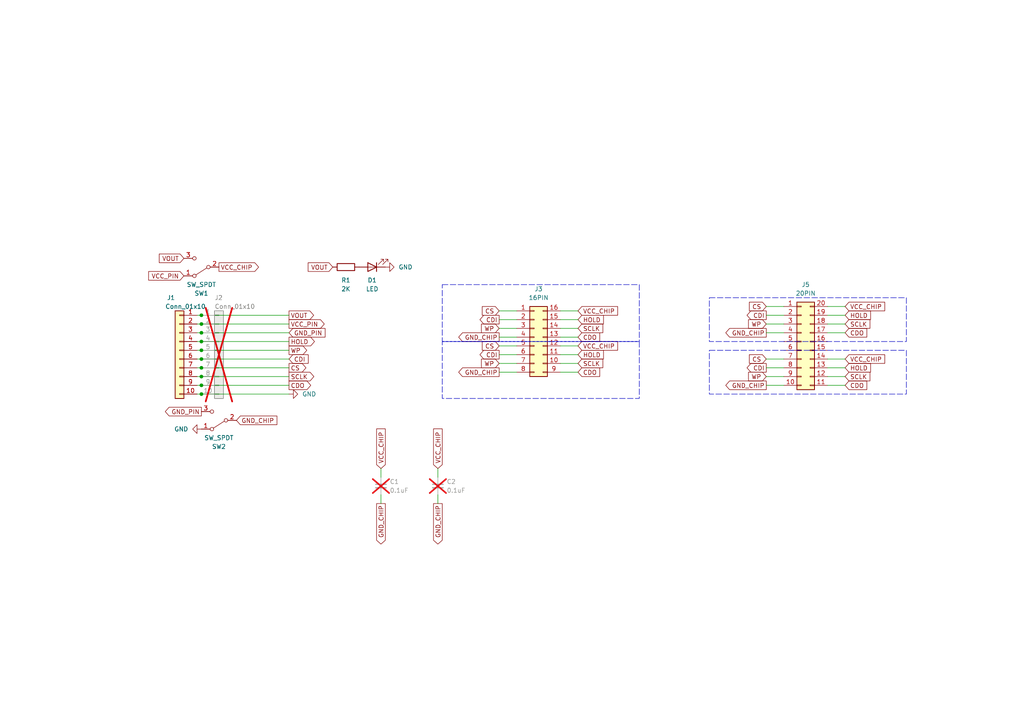
<source format=kicad_sch>
(kicad_sch (version 20250114) (generator "eeschema") (generator_version "9.0")
  (paper "A4")
  (lib_symbols
    (symbol "Connector_Generic:Conn_01x10" (pin_names (offset 1.016) (hide yes))
      (property "Reference" "J" (at 0 12.7 0))
      (property "Value" "Conn_01x10" (at 0 -15.24 0))
      (symbol "Conn_01x10_1_1"
        (rectangle (start -1.27 11.43) (end 1.27 -13.97) (stroke (width 0.254)) (fill (type background)))
        (rectangle (start -1.27 10.287) (end 0 10.033) (stroke (width 0.1524)))
        (rectangle (start -1.27 7.747) (end 0 7.493) (stroke (width 0.1524)))
        (rectangle (start -1.27 5.207) (end 0 4.953) (stroke (width 0.1524)))
        (rectangle (start -1.27 2.667) (end 0 2.413) (stroke (width 0.1524)))
        (rectangle (start -1.27 0.127) (end 0 -0.127) (stroke (width 0.1524)))
        (rectangle (start -1.27 -2.413) (end 0 -2.667) (stroke (width 0.1524)))
        (rectangle (start -1.27 -4.953) (end 0 -5.207) (stroke (width 0.1524)))
        (rectangle (start -1.27 -7.493) (end 0 -7.747) (stroke (width 0.1524)))
        (rectangle (start -1.27 -10.033) (end 0 -10.287) (stroke (width 0.1524)))
        (rectangle (start -1.27 -12.573) (end 0 -12.827) (stroke (width 0.1524)))
        (pin passive line (at -5.08 10.16 0) (length 3.81) (name "Pin_1") (number "1"))
        (pin passive line (at -5.08 7.62 0) (length 3.81) (name "Pin_2") (number "2"))
        (pin passive line (at -5.08 5.08 0) (length 3.81) (name "Pin_3") (number "3"))
        (pin passive line (at -5.08 2.54 0) (length 3.81) (name "Pin_4") (number "4"))
        (pin passive line (at -5.08 0 0) (length 3.81) (name "Pin_5") (number "5"))
        (pin passive line (at -5.08 -2.54 0) (length 3.81) (name "Pin_6") (number "6"))
        (pin passive line (at -5.08 -5.08 0) (length 3.81) (name "Pin_7") (number "7"))
        (pin passive line (at -5.08 -7.62 0) (length 3.81) (name "Pin_8") (number "8"))
        (pin passive line (at -5.08 -10.16 0) (length 3.81) (name "Pin_9") (number "9"))
        (pin passive line (at -5.08 -12.7 0) (length 3.81) (name "Pin_10") (number "10"))
      )
    )
    (symbol "Connector_Generic:Conn_02x08_Counter_Clockwise" (pin_names (offset 1.016) (hide yes))
      (property "Reference" "J" (at 1.27 10.16 0))
      (property "Value" "Conn_02x08_Counter_Clockwise" (at 1.27 -12.7 0))
      (symbol "Conn_02x08_Counter_Clockwise_1_1"
        (rectangle (start -1.27 8.89) (end 3.81 -11.43) (stroke (width 0.254)) (fill (type background)))
        (rectangle (start -1.27 7.747) (end 0 7.493) (stroke (width 0.1524)))
        (rectangle (start -1.27 5.207) (end 0 4.953) (stroke (width 0.1524)))
        (rectangle (start -1.27 2.667) (end 0 2.413) (stroke (width 0.1524)))
        (rectangle (start -1.27 0.127) (end 0 -0.127) (stroke (width 0.1524)))
        (rectangle (start -1.27 -2.413) (end 0 -2.667) (stroke (width 0.1524)))
        (rectangle (start -1.27 -4.953) (end 0 -5.207) (stroke (width 0.1524)))
        (rectangle (start -1.27 -7.493) (end 0 -7.747) (stroke (width 0.1524)))
        (rectangle (start -1.27 -10.033) (end 0 -10.287) (stroke (width 0.1524)))
        (rectangle (start 3.81 7.747) (end 2.54 7.493) (stroke (width 0.1524)))
        (rectangle (start 3.81 5.207) (end 2.54 4.953) (stroke (width 0.1524)))
        (rectangle (start 3.81 2.667) (end 2.54 2.413) (stroke (width 0.1524)))
        (rectangle (start 3.81 0.127) (end 2.54 -0.127) (stroke (width 0.1524)))
        (rectangle (start 3.81 -2.413) (end 2.54 -2.667) (stroke (width 0.1524)))
        (rectangle (start 3.81 -4.953) (end 2.54 -5.207) (stroke (width 0.1524)))
        (rectangle (start 3.81 -7.493) (end 2.54 -7.747) (stroke (width 0.1524)))
        (rectangle (start 3.81 -10.033) (end 2.54 -10.287) (stroke (width 0.1524)))
        (pin passive line (at -5.08 7.62 0) (length 3.81) (name "Pin_1") (number "1"))
        (pin passive line (at -5.08 5.08 0) (length 3.81) (name "Pin_2") (number "2"))
        (pin passive line (at -5.08 2.54 0) (length 3.81) (name "Pin_3") (number "3"))
        (pin passive line (at -5.08 0 0) (length 3.81) (name "Pin_4") (number "4"))
        (pin passive line (at -5.08 -2.54 0) (length 3.81) (name "Pin_5") (number "5"))
        (pin passive line (at -5.08 -5.08 0) (length 3.81) (name "Pin_6") (number "6"))
        (pin passive line (at -5.08 -7.62 0) (length 3.81) (name "Pin_7") (number "7"))
        (pin passive line (at -5.08 -10.16 0) (length 3.81) (name "Pin_8") (number "8"))
        (pin passive line (at 7.62 7.62 180) (length 3.81) (name "Pin_16") (number "16"))
        (pin passive line (at 7.62 5.08 180) (length 3.81) (name "Pin_15") (number "15"))
        (pin passive line (at 7.62 2.54 180) (length 3.81) (name "Pin_14") (number "14"))
        (pin passive line (at 7.62 0 180) (length 3.81) (name "Pin_13") (number "13"))
        (pin passive line (at 7.62 -2.54 180) (length 3.81) (name "Pin_12") (number "12"))
        (pin passive line (at 7.62 -5.08 180) (length 3.81) (name "Pin_11") (number "11"))
        (pin passive line (at 7.62 -7.62 180) (length 3.81) (name "Pin_10") (number "10"))
        (pin passive line (at 7.62 -10.16 180) (length 3.81) (name "Pin_9") (number "9"))
      )
    )
    (symbol "Connector_Generic:Conn_02x10_Counter_Clockwise" (pin_names (offset 1.016) (hide yes))
      (property "Reference" "J" (at 1.27 12.7 0))
      (property "Value" "Conn_02x10_Counter_Clockwise" (at 1.27 -15.24 0))
      (symbol "Conn_02x10_Counter_Clockwise_1_1"
        (rectangle (start -1.27 11.43) (end 3.81 -13.97) (stroke (width 0.254)) (fill (type background)))
        (rectangle (start -1.27 10.287) (end 0 10.033) (stroke (width 0.1524)))
        (rectangle (start -1.27 7.747) (end 0 7.493) (stroke (width 0.1524)))
        (rectangle (start -1.27 5.207) (end 0 4.953) (stroke (width 0.1524)))
        (rectangle (start -1.27 2.667) (end 0 2.413) (stroke (width 0.1524)))
        (rectangle (start -1.27 0.127) (end 0 -0.127) (stroke (width 0.1524)))
        (rectangle (start -1.27 -2.413) (end 0 -2.667) (stroke (width 0.1524)))
        (rectangle (start -1.27 -4.953) (end 0 -5.207) (stroke (width 0.1524)))
        (rectangle (start -1.27 -7.493) (end 0 -7.747) (stroke (width 0.1524)))
        (rectangle (start -1.27 -10.033) (end 0 -10.287) (stroke (width 0.1524)))
        (rectangle (start -1.27 -12.573) (end 0 -12.827) (stroke (width 0.1524)))
        (rectangle (start 3.81 10.287) (end 2.54 10.033) (stroke (width 0.1524)))
        (rectangle (start 3.81 7.747) (end 2.54 7.493) (stroke (width 0.1524)))
        (rectangle (start 3.81 5.207) (end 2.54 4.953) (stroke (width 0.1524)))
        (rectangle (start 3.81 2.667) (end 2.54 2.413) (stroke (width 0.1524)))
        (rectangle (start 3.81 0.127) (end 2.54 -0.127) (stroke (width 0.1524)))
        (rectangle (start 3.81 -2.413) (end 2.54 -2.667) (stroke (width 0.1524)))
        (rectangle (start 3.81 -4.953) (end 2.54 -5.207) (stroke (width 0.1524)))
        (rectangle (start 3.81 -7.493) (end 2.54 -7.747) (stroke (width 0.1524)))
        (rectangle (start 3.81 -10.033) (end 2.54 -10.287) (stroke (width 0.1524)))
        (rectangle (start 3.81 -12.573) (end 2.54 -12.827) (stroke (width 0.1524)))
        (pin passive line (at -5.08 10.16 0) (length 3.81) (name "Pin_1") (number "1"))
        (pin passive line (at -5.08 7.62 0) (length 3.81) (name "Pin_2") (number "2"))
        (pin passive line (at -5.08 5.08 0) (length 3.81) (name "Pin_3") (number "3"))
        (pin passive line (at -5.08 2.54 0) (length 3.81) (name "Pin_4") (number "4"))
        (pin passive line (at -5.08 0 0) (length 3.81) (name "Pin_5") (number "5"))
        (pin passive line (at -5.08 -2.54 0) (length 3.81) (name "Pin_6") (number "6"))
        (pin passive line (at -5.08 -5.08 0) (length 3.81) (name "Pin_7") (number "7"))
        (pin passive line (at -5.08 -7.62 0) (length 3.81) (name "Pin_8") (number "8"))
        (pin passive line (at -5.08 -10.16 0) (length 3.81) (name "Pin_9") (number "9"))
        (pin passive line (at -5.08 -12.7 0) (length 3.81) (name "Pin_10") (number "10"))
        (pin passive line (at 7.62 10.16 180) (length 3.81) (name "Pin_20") (number "20"))
        (pin passive line (at 7.62 7.62 180) (length 3.81) (name "Pin_19") (number "19"))
        (pin passive line (at 7.62 5.08 180) (length 3.81) (name "Pin_18") (number "18"))
        (pin passive line (at 7.62 2.54 180) (length 3.81) (name "Pin_17") (number "17"))
        (pin passive line (at 7.62 0 180) (length 3.81) (name "Pin_16") (number "16"))
        (pin passive line (at 7.62 -2.54 180) (length 3.81) (name "Pin_15") (number "15"))
        (pin passive line (at 7.62 -5.08 180) (length 3.81) (name "Pin_14") (number "14"))
        (pin passive line (at 7.62 -7.62 180) (length 3.81) (name "Pin_13") (number "13"))
        (pin passive line (at 7.62 -10.16 180) (length 3.81) (name "Pin_12") (number "12"))
        (pin passive line (at 7.62 -12.7 180) (length 3.81) (name "Pin_11") (number "11"))
      )
    )
    (symbol "Device:C_Small" (pin_numbers (hide yes)) (pin_names (offset 0.254) (hide yes))
      (property "Reference" "C" (at 0.254 1.778 0))
      (property "Value" "C_Small" (at 0.254 -2.032 0))
      (symbol "C_Small_0_1"
        (polyline (pts (xy -1.524 0.508) (xy 1.524 0.508)) (stroke (width 0.3048)))
        (polyline (pts (xy -1.524 -0.508) (xy 1.524 -0.508)) (stroke (width 0.3302)))
      )
      (symbol "C_Small_1_1"
        (pin passive line (at 0 2.54 270) (length 2.032) (name "~") (number "1"))
        (pin passive line (at 0 -2.54 90) (length 2.032) (name "~") (number "2"))
      )
    )
    (symbol "Device:LED" (pin_numbers (hide yes)) (pin_names (offset 1.016) (hide yes))
      (property "Reference" "D" (at 0 2.54 0))
      (property "Value" "LED" (at 0 -2.54 0))
      (symbol "LED_0_1"
        (polyline (pts (xy -3.048 -0.762) (xy -4.572 -2.286) (xy -3.81 -2.286) (xy -4.572 -2.286) (xy -4.572 -1.524)))
        (polyline (pts (xy -1.778 -0.762) (xy -3.302 -2.286) (xy -2.54 -2.286) (xy -3.302 -2.286) (xy -3.302 -1.524)))
        (polyline (pts (xy -1.27 0) (xy 1.27 0)))
        (polyline (pts (xy -1.27 -1.27) (xy -1.27 1.27)) (stroke (width 0.254)))
        (polyline (pts (xy 1.27 -1.27) (xy 1.27 1.27) (xy -1.27 0) (xy 1.27 -1.27)) (stroke (width 0.254)))
      )
      (symbol "LED_1_1"
        (pin passive line (at -3.81 0 0) (length 2.54) (name "K") (number "1"))
        (pin passive line (at 3.81 0 180) (length 2.54) (name "A") (number "2"))
      )
    )
    (symbol "Device:R" (pin_numbers (hide yes)) (pin_names (offset 0))
      (property "Reference" "R" (at 2.032 0 90))
      (property "Value" "R" (at 0 0 90))
      (symbol "R_0_1"
        (rectangle (start -1.016 -2.54) (end 1.016 2.54) (stroke (width 0.254)))
      )
      (symbol "R_1_1"
        (pin passive line (at 0 3.81 270) (length 1.27) (name "~") (number "1"))
        (pin passive line (at 0 -3.81 90) (length 1.27) (name "~") (number "2"))
      )
    )
    (symbol "Switch:SW_SPDT" (pin_names (offset 0) (hide yes))
      (property "Reference" "SW" (at 0 4.318 0))
      (property "Value" "SW_SPDT" (at 0 -5.08 0))
      (symbol "SW_SPDT_0_0"
        (circle (center -2.032 0) (radius 0.508))
        (circle (center 2.032 -2.54) (radius 0.508))
      )
      (symbol "SW_SPDT_0_1"
        (polyline (pts (xy -1.524 0.254) (xy 1.651 2.286)))
        (circle (center 2.032 2.54) (radius 0.508))
      )
      (symbol "SW_SPDT_1_1"
        (pin passive line (at -5.08 0 0) (length 2.54) (name "B") (number "2"))
        (pin passive line (at 5.08 2.54 180) (length 2.54) (name "A") (number "1"))
        (pin passive line (at 5.08 -2.54 180) (length 2.54) (name "C") (number "3"))
      )
    )
    (symbol "power:GND" (power) (pin_names (offset 0))
      (property "Value" "GND" (at 0 -3.81 0))
      (symbol "GND_0_1"
        (polyline (pts (xy 0 0) (xy 0 -1.27) (xy 1.27 -1.27) (xy 0 -2.54) (xy -1.27 -1.27) (xy 0 -1.27)))
      )
      (symbol "GND_1_1"
        (pin power_in line (at 0 0 270) (length 0) (hide yes) (name "GND") (number "1"))
      )
    )
  )
  (rectangle (start 128.27 82.55) (end 185.42 99.06) (stroke (width 0) (type dash)))
  (rectangle (start 205.74 101.6) (end 262.89 114.3) (stroke (width 0) (type dash)))
  (rectangle (start 128.27 99.06) (end 185.42 115.57) (stroke (width 0) (type dash)))
  (rectangle (start 205.74 86.36) (end 262.89 99.06) (stroke (width 0) (type dash)))
  (junction (at 58.42 99.06))
  (junction (at 58.42 91.44))
  (junction (at 58.42 109.22))
  (junction (at 58.42 93.98))
  (junction (at 58.42 111.76))
  (junction (at 58.42 104.14))
  (junction (at 58.42 96.52))
  (junction (at 58.42 106.68))
  (junction (at 58.42 101.6))
  (junction (at 58.42 114.3))
  (wire (pts (xy 83.82 104.14) (xy 58.42 104.14)))
  (wire (pts (xy 240.03 104.14) (xy 245.11 104.14)))
  (wire (pts (xy 83.82 96.52) (xy 58.42 96.52)))
  (wire (pts (xy 162.56 102.87) (xy 167.64 102.87)))
  (wire (pts (xy 127 135.89) (xy 127 138.43)))
  (wire (pts (xy 58.42 111.76) (xy 57.15 111.76)))
  (wire (pts (xy 222.25 93.98) (xy 227.33 93.98)))
  (wire (pts (xy 222.25 96.52) (xy 227.33 96.52)))
  (wire (pts (xy 144.78 107.95) (xy 149.86 107.95)))
  (wire (pts (xy 144.78 100.33) (xy 149.86 100.33)))
  (wire (pts (xy 58.42 114.3) (xy 57.15 114.3)))
  (wire (pts (xy 83.82 91.44) (xy 58.42 91.44)))
  (wire (pts (xy 162.56 90.17) (xy 167.64 90.17)))
  (wire (pts (xy 58.42 91.44) (xy 57.15 91.44)))
  (wire (pts (xy 83.82 93.98) (xy 58.42 93.98)))
  (wire (pts (xy 222.25 111.76) (xy 227.33 111.76)))
  (wire (pts (xy 58.42 101.6) (xy 57.15 101.6)))
  (wire (pts (xy 83.82 106.68) (xy 58.42 106.68)))
  (wire (pts (xy 83.82 114.3) (xy 58.42 114.3)))
  (wire (pts (xy 58.42 99.06) (xy 57.15 99.06)))
  (wire (pts (xy 58.42 104.14) (xy 57.15 104.14)))
  (wire (pts (xy 240.03 88.9) (xy 245.11 88.9)))
  (wire (pts (xy 58.42 96.52) (xy 57.15 96.52)))
  (wire (pts (xy 240.03 109.22) (xy 245.11 109.22)))
  (wire (pts (xy 83.82 109.22) (xy 58.42 109.22)))
  (wire (pts (xy 144.78 97.79) (xy 149.86 97.79)))
  (wire (pts (xy 162.56 105.41) (xy 167.64 105.41)))
  (wire (pts (xy 222.25 91.44) (xy 227.33 91.44)))
  (wire (pts (xy 222.25 106.68) (xy 227.33 106.68)))
  (wire (pts (xy 222.25 104.14) (xy 227.33 104.14)))
  (wire (pts (xy 110.49 135.89) (xy 110.49 138.43)))
  (wire (pts (xy 144.78 105.41) (xy 149.86 105.41)))
  (wire (pts (xy 127 143.51) (xy 127 146.05)))
  (wire (pts (xy 144.78 102.87) (xy 149.86 102.87)))
  (wire (pts (xy 162.56 100.33) (xy 167.64 100.33)))
  (wire (pts (xy 240.03 111.76) (xy 245.11 111.76)))
  (wire (pts (xy 58.42 93.98) (xy 57.15 93.98)))
  (wire (pts (xy 144.78 95.25) (xy 149.86 95.25)))
  (wire (pts (xy 222.25 109.22) (xy 227.33 109.22)))
  (wire (pts (xy 144.78 90.17) (xy 149.86 90.17)))
  (wire (pts (xy 162.56 95.25) (xy 167.64 95.25)))
  (wire (pts (xy 240.03 93.98) (xy 245.11 93.98)))
  (wire (pts (xy 58.42 106.68) (xy 57.15 106.68)))
  (wire (pts (xy 240.03 96.52) (xy 245.11 96.52)))
  (wire (pts (xy 162.56 92.71) (xy 167.64 92.71)))
  (wire (pts (xy 240.03 106.68) (xy 245.11 106.68)))
  (wire (pts (xy 83.82 99.06) (xy 58.42 99.06)))
  (wire (pts (xy 110.49 143.51) (xy 110.49 146.05)))
  (wire (pts (xy 58.42 109.22) (xy 57.15 109.22)))
  (wire (pts (xy 240.03 91.44) (xy 245.11 91.44)))
  (wire (pts (xy 144.78 92.71) (xy 149.86 92.71)))
  (wire (pts (xy 83.82 111.76) (xy 58.42 111.76)))
  (wire (pts (xy 83.82 101.6) (xy 58.42 101.6)))
  (wire (pts (xy 222.25 88.9) (xy 227.33 88.9)))
  (wire (pts (xy 162.56 97.79) (xy 167.64 97.79)))
  (wire (pts (xy 162.56 107.95) (xy 167.64 107.95)))
  (global_label "CDI" (shape output) (at 222.25 91.44 180) (property "Intersheetrefs" "${INTERSHEET_REFS}" (effects (hide yes))))
  (global_label "CDI" (shape input) (at 83.82 104.14 0) (property "Intersheetrefs" "${INTERSHEET_REFS}" (effects (hide yes))))
  (global_label "GND_CHIP" (shape output) (at 144.78 107.95 180) (property "Intersheetrefs" "${INTERSHEET_REFS}" (effects (hide yes))))
  (global_label "CS" (shape input) (at 144.78 100.33 180) (property "Intersheetrefs" "${INTERSHEET_REFS}" (effects (hide yes))))
  (global_label "WP" (shape input) (at 144.78 95.25 180) (property "Intersheetrefs" "${INTERSHEET_REFS}" (effects (hide yes))))
  (global_label "HOLD" (shape input) (at 245.11 91.44 0) (property "Intersheetrefs" "${INTERSHEET_REFS}" (effects (hide yes))))
  (global_label "HOLD" (shape input) (at 167.64 102.87 0) (property "Intersheetrefs" "${INTERSHEET_REFS}" (effects (hide yes))))
  (global_label "GND_CHIP" (shape output) (at 144.78 97.79 180) (property "Intersheetrefs" "${INTERSHEET_REFS}" (effects (hide yes))))
  (global_label "VCC_CHIP" (shape input) (at 245.11 88.9 0) (property "Intersheetrefs" "${INTERSHEET_REFS}" (effects (hide yes))))
  (global_label "SCLK" (shape input) (at 245.11 109.22 0) (property "Intersheetrefs" "${INTERSHEET_REFS}" (effects (hide yes))))
  (global_label "GND_CHIP" (shape output) (at 110.49 146.05 270) (property "Intersheetrefs" "${INTERSHEET_REFS}" (effects (hide yes))))
  (global_label "CDO" (shape output) (at 83.82 111.76 0) (property "Intersheetrefs" "${INTERSHEET_REFS}" (effects (hide yes))))
  (global_label "GND_PIN" (shape input) (at 83.82 96.52 0) (property "Intersheetrefs" "${INTERSHEET_REFS}" (effects (hide yes))))
  (global_label "GND_CHIP" (shape output) (at 222.25 96.52 180) (property "Intersheetrefs" "${INTERSHEET_REFS}" (effects (hide yes))))
  (global_label "VCC_CHIP" (shape input) (at 167.64 100.33 0) (property "Intersheetrefs" "${INTERSHEET_REFS}" (effects (hide yes))))
  (global_label "GND_CHIP" (shape output) (at 222.25 111.76 180) (property "Intersheetrefs" "${INTERSHEET_REFS}" (effects (hide yes))))
  (global_label "CS" (shape output) (at 83.82 106.68 0) (property "Intersheetrefs" "${INTERSHEET_REFS}" (effects (hide yes))))
  (global_label "WP" (shape input) (at 144.78 105.41 180) (property "Intersheetrefs" "${INTERSHEET_REFS}" (effects (hide yes))))
  (global_label "HOLD" (shape output) (at 83.82 99.06 0) (property "Intersheetrefs" "${INTERSHEET_REFS}" (effects (hide yes))))
  (global_label "VCC_CHIP" (shape output) (at 63.5 77.47 0) (property "Intersheetrefs" "${INTERSHEET_REFS}" (effects (hide yes))))
  (global_label "SCLK" (shape input) (at 167.64 95.25 0) (property "Intersheetrefs" "${INTERSHEET_REFS}" (effects (hide yes))))
  (global_label "VOUT" (shape input) (at 53.34 74.93 180) (property "Intersheetrefs" "${INTERSHEET_REFS}" (effects (hide yes))))
  (global_label "GND_PIN" (shape output) (at 58.42 119.38 180) (property "Intersheetrefs" "${INTERSHEET_REFS}" (effects (hide yes))))
  (global_label "CDI" (shape output) (at 144.78 92.71 180) (property "Intersheetrefs" "${INTERSHEET_REFS}" (effects (hide yes))))
  (global_label "VCC_CHIP" (shape input) (at 127 135.89 90) (property "Intersheetrefs" "${INTERSHEET_REFS}" (effects (hide yes))))
  (global_label "CDO" (shape input) (at 167.64 97.79 0) (property "Intersheetrefs" "${INTERSHEET_REFS}" (effects (hide yes))))
  (global_label "SCLK" (shape input) (at 167.64 105.41 0) (property "Intersheetrefs" "${INTERSHEET_REFS}" (effects (hide yes))))
  (global_label "CDO" (shape input) (at 245.11 96.52 0) (property "Intersheetrefs" "${INTERSHEET_REFS}" (effects (hide yes))))
  (global_label "VCC_PIN" (shape output) (at 83.82 93.98 0) (property "Intersheetrefs" "${INTERSHEET_REFS}" (effects (hide yes))))
  (global_label "CS" (shape input) (at 222.25 104.14 180) (property "Intersheetrefs" "${INTERSHEET_REFS}" (effects (hide yes))))
  (global_label "CS" (shape input) (at 222.25 88.9 180) (property "Intersheetrefs" "${INTERSHEET_REFS}" (effects (hide yes))))
  (global_label "VCC_PIN" (shape input) (at 53.34 80.01 180) (property "Intersheetrefs" "${INTERSHEET_REFS}" (effects (hide yes))))
  (global_label "WP" (shape output) (at 83.82 101.6 0) (property "Intersheetrefs" "${INTERSHEET_REFS}" (effects (hide yes))))
  (global_label "CDO" (shape input) (at 167.64 107.95 0) (property "Intersheetrefs" "${INTERSHEET_REFS}" (effects (hide yes))))
  (global_label "CDI" (shape output) (at 222.25 106.68 180) (property "Intersheetrefs" "${INTERSHEET_REFS}" (effects (hide yes))))
  (global_label "SCLK" (shape output) (at 83.82 109.22 0) (property "Intersheetrefs" "${INTERSHEET_REFS}" (effects (hide yes))))
  (global_label "CDO" (shape input) (at 245.11 111.76 0) (property "Intersheetrefs" "${INTERSHEET_REFS}" (effects (hide yes))))
  (global_label "SCLK" (shape input) (at 245.11 93.98 0) (property "Intersheetrefs" "${INTERSHEET_REFS}" (effects (hide yes))))
  (global_label "VCC_CHIP" (shape input) (at 167.64 90.17 0) (property "Intersheetrefs" "${INTERSHEET_REFS}" (effects (hide yes))))
  (global_label "GND_CHIP" (shape output) (at 127 146.05 270) (property "Intersheetrefs" "${INTERSHEET_REFS}" (effects (hide yes))))
  (global_label "VOUT" (shape input) (at 96.52 77.47 180) (property "Intersheetrefs" "${INTERSHEET_REFS}" (effects (hide yes))))
  (global_label "VCC_CHIP" (shape input) (at 110.49 135.89 90) (property "Intersheetrefs" "${INTERSHEET_REFS}" (effects (hide yes))))
  (global_label "VOUT" (shape output) (at 83.82 91.44 0) (property "Intersheetrefs" "${INTERSHEET_REFS}" (effects (hide yes))))
  (global_label "GND_CHIP" (shape input) (at 68.58 121.92 0) (property "Intersheetrefs" "${INTERSHEET_REFS}" (effects (hide yes))))
  (global_label "WP" (shape input) (at 222.25 93.98 180) (property "Intersheetrefs" "${INTERSHEET_REFS}" (effects (hide yes))))
  (global_label "HOLD" (shape input) (at 167.64 92.71 0) (property "Intersheetrefs" "${INTERSHEET_REFS}" (effects (hide yes))))
  (global_label "HOLD" (shape input) (at 245.11 106.68 0) (property "Intersheetrefs" "${INTERSHEET_REFS}" (effects (hide yes))))
  (global_label "VCC_CHIP" (shape input) (at 245.11 104.14 0) (property "Intersheetrefs" "${INTERSHEET_REFS}" (effects (hide yes))))
  (global_label "WP" (shape input) (at 222.25 109.22 180) (property "Intersheetrefs" "${INTERSHEET_REFS}" (effects (hide yes))))
  (global_label "CDI" (shape output) (at 144.78 102.87 180) (property "Intersheetrefs" "${INTERSHEET_REFS}" (effects (hide yes))))
  (global_label "CS" (shape input) (at 144.78 90.17 180) (property "Intersheetrefs" "${INTERSHEET_REFS}" (effects (hide yes))))
  (symbol (lib_id "Switch:SW_SPDT") (at 58.42 77.47 180) (unit 1)
    (property "Reference" "SW1" (at 58.42 85.09 0))
    (property "Value" "SW_SPDT" (at 58.42 82.55 0))
    (property "Footprint" "Button_Switch_SMD:SW_SPDT_PCM12" (effects (hide yes)))
  )
  (symbol (lib_id "Switch:SW_SPDT") (at 63.5 121.92 180) (unit 1)
    (property "Reference" "SW2" (at 63.5 129.54 0))
    (property "Value" "SW_SPDT" (at 63.5 127 0))
    (property "Footprint" "Button_Switch_SMD:SW_SPDT_PCM12" (effects (hide yes)))
  )
  (symbol (lib_id "Connector_Generic:Conn_02x08_Counter_Clockwise") (at 154.94 97.79 0) (unit 1)
    (property "Reference" "J3" (at 156.21 83.82 0))
    (property "Value" "16PIN" (at 156.21 86.36 0))
    (property "Footprint" "TEST_SOCKETS:16PIN_SCOKET" (effects (hide yes)))
  )
  (symbol (lib_id "Device:C_Small") (at 127 140.97 0) (unit 1) (in_bom no) (dnp yes)
    (property "Reference" "C2" (at 129.54 139.7063 0) (effects (justify left)))
    (property "Value" "0.1uF" (at 129.54 142.2463 0) (effects (justify left)))
    (property "Footprint" "Capacitor_SMD:C_0805_2012Metric" (effects (hide yes)))
  )
  (symbol (lib_id "Device:LED") (at 107.95 77.47 180) (unit 1)
    (property "Reference" "D1" (at 107.95 81.28 0))
    (property "Value" "LED" (at 107.95 83.82 0))
    (property "Footprint" "LED_SMD:LED_0805_2012Metric" (effects (hide yes)))
  )
  (symbol (lib_id "Connector_Generic:Conn_02x10_Counter_Clockwise") (at 232.41 99.06 0) (unit 1)
    (property "Reference" "J5" (at 233.68 82.55 0))
    (property "Value" "20PIN" (at 233.68 85.09 0))
    (property "Footprint" "TEST_SOCKETS:20PIN_SCOKET" (effects (hide yes)))
  )
  (symbol (lib_id "Device:R") (at 100.33 77.47 90) (unit 1)
    (property "Reference" "R1" (at 100.33 81.28 90))
    (property "Value" "2K" (at 100.33 83.82 90))
    (property "Footprint" "Resistor_SMD:R_0805_2012Metric" (effects (hide yes)))
  )
  (symbol (lib_id "Connector_Generic:Conn_01x10") (at 63.5 101.6 0) (unit 1) (in_bom no) (dnp yes)
    (property "Reference" "J2" (at 62.23 86.36 0) (effects (justify left)))
    (property "Value" "Conn_01x10" (at 62.23 88.9 0) (effects (justify left)))
    (property "Footprint" "Connector_PinHeader_2.54mm:PinHeader_1x10_P2.54mm_Vertical" (effects (hide yes)))
  )
  (symbol (lib_id "power:GND") (at 58.42 124.46 270) (unit 1)
    (property "Reference" "#PWR03" (effects (hide yes)))
    (property "Value" "GND" (at 54.61 124.46 90) (effects (justify right)))
  )
  (symbol (lib_id "power:GND") (at 111.76 77.47 90) (unit 1)
    (property "Reference" "#PWR02" (effects (hide yes)))
    (property "Value" "GND" (at 115.57 77.47 90) (effects (justify right)))
  )
  (symbol (lib_id "power:GND") (at 83.82 114.3 90) (unit 1)
    (property "Reference" "#PWR01" (effects (hide yes)))
    (property "Value" "GND" (at 87.63 114.3 90) (effects (justify right)))
  )
  (symbol (lib_id "Device:C_Small") (at 110.49 140.97 0) (unit 1) (in_bom no) (dnp yes)
    (property "Reference" "C1" (at 113.03 139.7063 0) (effects (justify left)))
    (property "Value" "0.1uF" (at 113.03 142.2463 0) (effects (justify left)))
    (property "Footprint" "Capacitor_SMD:C_0805_2012Metric" (effects (hide yes)))
  )
  (symbol (lib_id "Connector_Generic:Conn_01x10") (at 52.07 101.6 0) (mirror y) (unit 1)
    (property "Reference" "J1" (at 50.8 86.36 0) (effects (justify left)))
    (property "Value" "Conn_01x10" (at 59.69 88.9 0) (effects (justify left)))
    (property "Footprint" "Connector_PinSocket_2.54mm:PinSocket_1x10_P2.54mm_Horizontal" (effects (hide yes)))
  )
)
</source>
